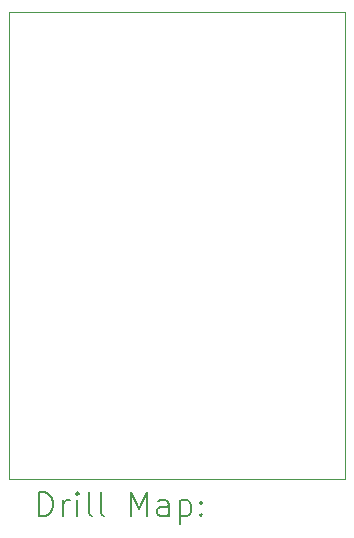
<source format=gbr>
%TF.GenerationSoftware,KiCad,Pcbnew,8.0.6*%
%TF.CreationDate,2024-11-17T15:46:40-03:00*%
%TF.ProjectId,canon+GH4,63616e6f-6e2b-4474-9834-2e6b69636164,rev?*%
%TF.SameCoordinates,Original*%
%TF.FileFunction,Drillmap*%
%TF.FilePolarity,Positive*%
%FSLAX45Y45*%
G04 Gerber Fmt 4.5, Leading zero omitted, Abs format (unit mm)*
G04 Created by KiCad (PCBNEW 8.0.6) date 2024-11-17 15:46:40*
%MOMM*%
%LPD*%
G01*
G04 APERTURE LIST*
%ADD10C,0.050000*%
%ADD11C,0.200000*%
G04 APERTURE END LIST*
D10*
X13200000Y-10300000D02*
X10350000Y-10300000D01*
X13200000Y-6350000D02*
X10350000Y-6350000D01*
X10350000Y-6350000D02*
X10350000Y-10300000D01*
X13200000Y-6350000D02*
X13200000Y-10300000D01*
D11*
X10608277Y-10613984D02*
X10608277Y-10413984D01*
X10608277Y-10413984D02*
X10655896Y-10413984D01*
X10655896Y-10413984D02*
X10684467Y-10423508D01*
X10684467Y-10423508D02*
X10703515Y-10442555D01*
X10703515Y-10442555D02*
X10713039Y-10461603D01*
X10713039Y-10461603D02*
X10722563Y-10499698D01*
X10722563Y-10499698D02*
X10722563Y-10528270D01*
X10722563Y-10528270D02*
X10713039Y-10566365D01*
X10713039Y-10566365D02*
X10703515Y-10585412D01*
X10703515Y-10585412D02*
X10684467Y-10604460D01*
X10684467Y-10604460D02*
X10655896Y-10613984D01*
X10655896Y-10613984D02*
X10608277Y-10613984D01*
X10808277Y-10613984D02*
X10808277Y-10480650D01*
X10808277Y-10518746D02*
X10817801Y-10499698D01*
X10817801Y-10499698D02*
X10827324Y-10490174D01*
X10827324Y-10490174D02*
X10846372Y-10480650D01*
X10846372Y-10480650D02*
X10865420Y-10480650D01*
X10932086Y-10613984D02*
X10932086Y-10480650D01*
X10932086Y-10413984D02*
X10922563Y-10423508D01*
X10922563Y-10423508D02*
X10932086Y-10433031D01*
X10932086Y-10433031D02*
X10941610Y-10423508D01*
X10941610Y-10423508D02*
X10932086Y-10413984D01*
X10932086Y-10413984D02*
X10932086Y-10433031D01*
X11055896Y-10613984D02*
X11036848Y-10604460D01*
X11036848Y-10604460D02*
X11027324Y-10585412D01*
X11027324Y-10585412D02*
X11027324Y-10413984D01*
X11160658Y-10613984D02*
X11141610Y-10604460D01*
X11141610Y-10604460D02*
X11132086Y-10585412D01*
X11132086Y-10585412D02*
X11132086Y-10413984D01*
X11389229Y-10613984D02*
X11389229Y-10413984D01*
X11389229Y-10413984D02*
X11455896Y-10556841D01*
X11455896Y-10556841D02*
X11522562Y-10413984D01*
X11522562Y-10413984D02*
X11522562Y-10613984D01*
X11703515Y-10613984D02*
X11703515Y-10509222D01*
X11703515Y-10509222D02*
X11693991Y-10490174D01*
X11693991Y-10490174D02*
X11674943Y-10480650D01*
X11674943Y-10480650D02*
X11636848Y-10480650D01*
X11636848Y-10480650D02*
X11617801Y-10490174D01*
X11703515Y-10604460D02*
X11684467Y-10613984D01*
X11684467Y-10613984D02*
X11636848Y-10613984D01*
X11636848Y-10613984D02*
X11617801Y-10604460D01*
X11617801Y-10604460D02*
X11608277Y-10585412D01*
X11608277Y-10585412D02*
X11608277Y-10566365D01*
X11608277Y-10566365D02*
X11617801Y-10547317D01*
X11617801Y-10547317D02*
X11636848Y-10537793D01*
X11636848Y-10537793D02*
X11684467Y-10537793D01*
X11684467Y-10537793D02*
X11703515Y-10528270D01*
X11798753Y-10480650D02*
X11798753Y-10680650D01*
X11798753Y-10490174D02*
X11817801Y-10480650D01*
X11817801Y-10480650D02*
X11855896Y-10480650D01*
X11855896Y-10480650D02*
X11874943Y-10490174D01*
X11874943Y-10490174D02*
X11884467Y-10499698D01*
X11884467Y-10499698D02*
X11893991Y-10518746D01*
X11893991Y-10518746D02*
X11893991Y-10575889D01*
X11893991Y-10575889D02*
X11884467Y-10594936D01*
X11884467Y-10594936D02*
X11874943Y-10604460D01*
X11874943Y-10604460D02*
X11855896Y-10613984D01*
X11855896Y-10613984D02*
X11817801Y-10613984D01*
X11817801Y-10613984D02*
X11798753Y-10604460D01*
X11979705Y-10594936D02*
X11989229Y-10604460D01*
X11989229Y-10604460D02*
X11979705Y-10613984D01*
X11979705Y-10613984D02*
X11970182Y-10604460D01*
X11970182Y-10604460D02*
X11979705Y-10594936D01*
X11979705Y-10594936D02*
X11979705Y-10613984D01*
X11979705Y-10490174D02*
X11989229Y-10499698D01*
X11989229Y-10499698D02*
X11979705Y-10509222D01*
X11979705Y-10509222D02*
X11970182Y-10499698D01*
X11970182Y-10499698D02*
X11979705Y-10490174D01*
X11979705Y-10490174D02*
X11979705Y-10509222D01*
M02*

</source>
